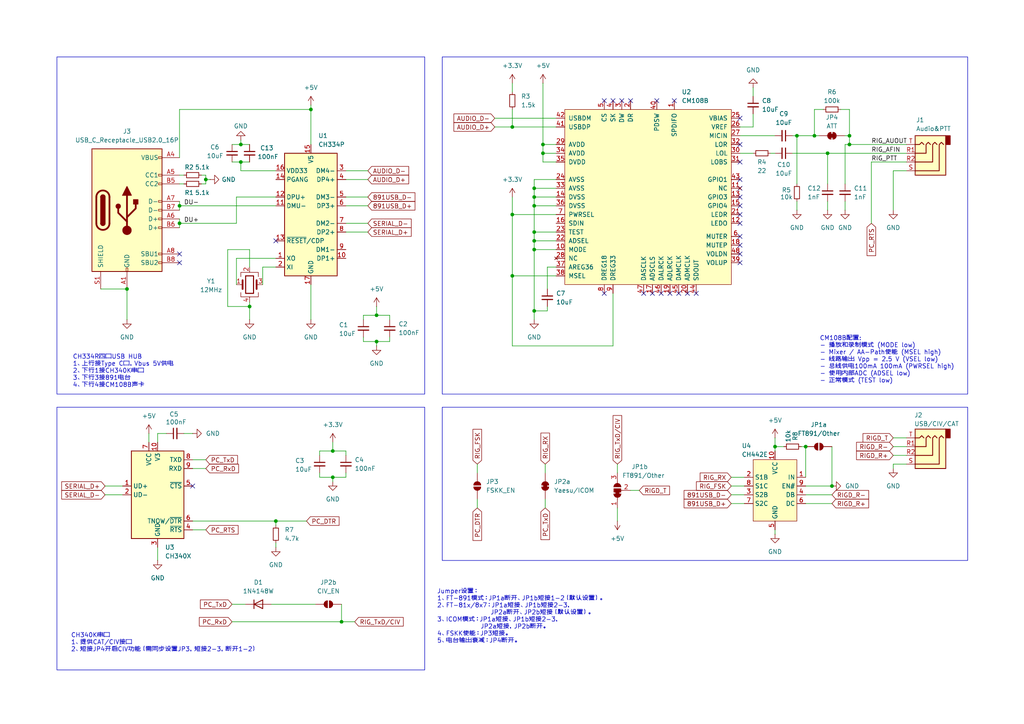
<source format=kicad_sch>
(kicad_sch (version 20250114) (generator "eeschema") (generator_version "9.0")
  (paper "A4")
  (title_block (title "DigiPort-General") (company "BD5HLI"))
  (lib_symbols
    (symbol "Connector:USB_C_Receptacle_USB2.0_16P" (pin_names (offset 1.016))
      (property "Reference" "J" (at 0 22.225 0))
      (property "Value" "USB_C_Receptacle_USB2.0_16P" (at 0 19.685 0))
      (symbol "USB_C_Receptacle_USB2.0_16P_1_1"
        (pin passive line (at -7.62 -22.86 90) (length 5.08) (name "SHIELD") (number "S1"))
        (pin passive line (at 0 -22.86 90) (length 5.08) (name "GND") (number "A1"))
        (pin passive line (at 0 -22.86 90) (length 5.08) (hide yes) (name "GND") (number "A12"))
        (pin passive line (at 0 -22.86 90) (length 5.08) (hide yes) (name "GND") (number "B1"))
        (pin passive line (at 0 -22.86 90) (length 5.08) (hide yes) (name "GND") (number "B12"))
        (pin passive line (at 15.24 15.24 180) (length 5.08) (name "VBUS") (number "A4"))
        (pin passive line (at 15.24 15.24 180) (length 5.08) (hide yes) (name "VBUS") (number "A9"))
        (pin passive line (at 15.24 15.24 180) (length 5.08) (hide yes) (name "VBUS") (number "B4"))
        (pin passive line (at 15.24 15.24 180) (length 5.08) (hide yes) (name "VBUS") (number "B9"))
        (pin bidirectional line (at 15.24 10.16 180) (length 5.08) (name "CC1") (number "A5"))
        (pin bidirectional line (at 15.24 7.62 180) (length 5.08) (name "CC2") (number "B5"))
        (pin bidirectional line (at 15.24 2.54 180) (length 5.08) (name "D-") (number "A7"))
        (pin bidirectional line (at 15.24 0 180) (length 5.08) (name "D-") (number "B7"))
        (pin bidirectional line (at 15.24 -2.54 180) (length 5.08) (name "D+") (number "A6"))
        (pin bidirectional line (at 15.24 -5.08 180) (length 5.08) (name "D+") (number "B6"))
        (pin bidirectional line (at 15.24 -12.7 180) (length 5.08) (name "SBU1") (number "A8"))
        (pin bidirectional line (at 15.24 -15.24 180) (length 5.08) (name "SBU2") (number "B8"))
      )
    )
    (symbol "Connector_Audio:AudioJack4"
      (property "Reference" "J" (at 0 8.89 0))
      (property "Value" "AudioJack4" (at 0 6.35 0))
      (symbol "AudioJack4_1_1"
        (pin passive line (at 5.08 2.54 180) (length 2.54) (name "~") (number "S"))
        (pin passive line (at 5.08 0 180) (length 2.54) (name "~") (number "R2"))
        (pin passive line (at 5.08 -2.54 180) (length 2.54) (name "~") (number "R1"))
        (pin passive line (at 5.08 -5.08 180) (length 2.54) (name "~") (number "T"))
      )
    )
    (symbol "Device:C_Small" (pin_numbers (hide yes)) (pin_names (offset 0.254) (hide yes))
      (property "Reference" "C" (at 0.254 1.778 0))
      (property "Value" "C_Small" (at 0.254 -2.032 0))
      (symbol "C_Small_1_1"
        (pin passive line (at 0 2.54 270) (length 2.032) (name "~") (number "1"))
        (pin passive line (at 0 -2.54 90) (length 2.032) (name "~") (number "2"))
      )
    )
    (symbol "Device:Crystal_GND24" (pin_names (offset 1.016) (hide yes))
      (property "Reference" "Y" (at 3.175 5.08 0))
      (property "Value" "Crystal_GND24" (at 3.175 3.175 0))
      (symbol "Crystal_GND24_1_1"
        (pin passive line (at -3.81 0 0) (length 1.27) (name "1") (number "1"))
        (pin passive line (at 0 5.08 270) (length 1.27) (name "2") (number "2"))
        (pin passive line (at 0 -5.08 90) (length 1.27) (name "4") (number "4"))
        (pin passive line (at 3.81 0 180) (length 1.27) (name "3") (number "3"))
      )
    )
    (symbol "Device:R_Small" (pin_numbers (hide yes)) (pin_names (offset 0.254) (hide yes))
      (property "Reference" "R" (at 0.762 0.508 0))
      (property "Value" "R_Small" (at 0.762 -1.016 0))
      (symbol "R_Small_1_1"
        (pin passive line (at 0 2.54 270) (length 0.762) (name "~") (number "1"))
        (pin passive line (at 0 -2.54 90) (length 0.762) (name "~") (number "2"))
      )
    )
    (symbol "Diode:1N4148W" (pin_numbers (hide yes)) (pin_names (hide yes))
      (property "Reference" "D" (at 0 2.54 0))
      (property "Value" "1N4148W" (at 0 -2.54 0))
      (symbol "1N4148W_1_1"
        (pin passive line (at -3.81 0 0) (length 2.54) (name "K") (number "1"))
        (pin passive line (at 3.81 0 180) (length 2.54) (name "A") (number "2"))
      )
    )
    (symbol "Interface_USB:CH340X"
      (property "Reference" "U" (at -5.08 13.97 0))
      (property "Value" "CH340X" (at 1.27 13.97 0))
      (symbol "CH340X_1_1"
        (pin bidirectional line (at -10.16 2.54 0) (length 2.54) (name "UD+") (number "1"))
        (pin bidirectional line (at -10.16 0 0) (length 2.54) (name "UD-") (number "2"))
        (pin power_in line (at -2.54 15.24 270) (length 2.54) (name "VCC") (number "7"))
        (pin power_out line (at 0 15.24 270) (length 2.54) (name "V3") (number "10"))
        (pin power_in line (at 0 -15.24 90) (length 2.54) (name "GND") (number "3"))
        (pin output line (at 10.16 10.16 180) (length 2.54) (name "TXD") (number "8"))
        (pin input line (at 10.16 7.62 180) (length 2.54) (name "RXD") (number "9"))
        (pin input line (at 10.16 2.54 180) (length 2.54) (name "~{CTS}") (number "5"))
        (pin output line (at 10.16 -7.62 180) (length 2.54) (name "TNOW/~{DTR}") (number "6"))
        (pin output line (at 10.16 -10.16 180) (length 2.54) (name "~{RTS}") (number "4"))
      )
    )
    (symbol "Jumper:SolderJumper_2_Bridged" (pin_numbers (hide yes)) (pin_names (offset 0) (hide yes)) (exclude_from_sim yes) (in_bom no)
      (property "Reference" "JP" (at 0 2.032 0))
      (property "Value" "SolderJumper_2_Bridged" (at 0 -2.54 0))
      (symbol "SolderJumper_2_Bridged_1_1"
        (pin passive line (at -3.81 0 0) (length 2.54) (name "A") (number "1"))
        (pin passive line (at 3.81 0 180) (length 2.54) (name "B") (number "2"))
      )
    )
    (symbol "Jumper:SolderJumper_2_Open" (pin_numbers (hide yes)) (pin_names (offset 0) (hide yes)) (exclude_from_sim yes) (in_bom no)
      (property "Reference" "JP" (at 0 2.032 0))
      (property "Value" "SolderJumper_2_Open" (at 0 -2.54 0))
      (symbol "SolderJumper_2_Open_1_1"
        (pin passive line (at -3.81 0 0) (length 2.54) (name "A") (number "1"))
        (pin passive line (at 3.81 0 180) (length 2.54) (name "B") (number "2"))
      )
    )
    (symbol "Jumper:SolderJumper_3_Bridged12" (pin_names (offset 0) (hide yes)) (exclude_from_sim yes) (in_bom no)
      (property "Reference" "JP" (at -2.54 -2.54 0))
      (property "Value" "SolderJumper_3_Bridged12" (at 0 2.794 0))
      (symbol "SolderJumper_3_Bridged12_1_1"
        (pin passive line (at -5.08 0 0) (length 2.54) (name "A") (number "1"))
        (pin passive line (at 0 -3.81 90) (length 2.54) (name "C") (number "2"))
        (pin passive line (at 5.08 0 180) (length 2.54) (name "B") (number "3"))
      )
    )
    (symbol "digiport:CH334P"
      (property "Reference" "U" (at -7.112 19.304 0))
      (property "Value" "CH334P" (at 4.572 19.304 0))
      (symbol "CH334P_1_1"
        (pin passive line (at -10.16 12.7 0) (length 2.54) (name "VDD33") (number "16"))
        (pin output line (at -10.16 10.16 0) (length 2.54) (name "PGANG") (number "14"))
        (pin bidirectional line (at -10.16 5.08 0) (length 2.54) (name "DPU+") (number "12"))
        (pin bidirectional line (at -10.16 2.54 0) (length 2.54) (name "DMU-") (number "11"))
        (pin input line (at -10.16 -7.62 0) (length 2.54) (name "~{RESET}/CDP") (number "13"))
        (pin passive line (at -10.16 -12.7 0) (length 2.54) (name "XO") (number "1"))
        (pin passive line (at -10.16 -15.24 0) (length 2.54) (name "XI") (number "2"))
        (pin power_in line (at 0 20.32 270) (length 2.54) (name "V5") (number "15"))
        (pin power_in line (at 0 -20.32 90) (length 2.54) (name "GND") (number "17"))
        (pin bidirectional line (at 10.16 12.7 180) (length 2.54) (name "DM4-") (number "3"))
        (pin bidirectional line (at 10.16 10.16 180) (length 2.54) (name "DP4+") (number "4"))
        (pin bidirectional line (at 10.16 5.08 180) (length 2.54) (name "DM3-") (number "5"))
        (pin bidirectional line (at 10.16 2.54 180) (length 2.54) (name "DP3+") (number "6"))
        (pin bidirectional line (at 10.16 -2.54 180) (length 2.54) (name "DM2-") (number "7"))
        (pin bidirectional line (at 10.16 -5.08 180) (length 2.54) (name "DP2+") (number "8"))
        (pin bidirectional line (at 10.16 -10.16 180) (length 2.54) (name "DM1-") (number "9"))
        (pin bidirectional line (at 10.16 -12.7 180) (length 2.54) (name "DP1+") (number "10"))
      )
    )
    (symbol "digiport:CH442E"
      (property "Reference" "U" (at 1.27 6.858 0))
      (property "Value" "CH442E" (at 4.318 5.08 0))
      (symbol "CH442E_1_1"
        (pin bidirectional line (at -10.16 -1.27 0) (length 2.54) (name "S1B") (number "2"))
        (pin bidirectional line (at -10.16 -3.81 0) (length 2.54) (name "S1C") (number "8"))
        (pin bidirectional line (at -10.16 -6.35 0) (length 2.54) (name "S2B") (number "3"))
        (pin bidirectional line (at -10.16 -8.89 0) (length 2.54) (name "S2C") (number "7"))
        (pin power_in line (at -1.27 6.35 270) (length 2.54) (name "VCC") (number "10"))
        (pin power_in line (at -1.27 -16.51 90) (length 2.54) (name "GND") (number "5"))
        (pin input line (at 7.62 -1.27 180) (length 2.54) (name "IN") (number "1"))
        (pin input line (at 7.62 -3.81 180) (length 2.54) (name "EN#") (number "9"))
        (pin bidirectional line (at 7.62 -6.35 180) (length 2.54) (name "DB") (number "4"))
        (pin bidirectional line (at 7.62 -8.89 180) (length 2.54) (name "DC") (number "6"))
      )
    )
    (symbol "digirig:CM108B" (pin_names (offset 1.016))
      (property "Reference" "U2" (at 21.2441 2.54 0))
      (property "Value" "CM108B" (at 21.2441 0 0))
      (symbol "CM108B_0_0"
        (pin bidirectional line (at -15.24 -5.08 0) (length 2.54) (name "USBDM") (number "42"))
        (pin bidirectional line (at -15.24 -7.62 0) (length 2.54) (name "USBDP") (number "41"))
        (pin power_in line (at -15.24 -12.7 0) (length 2.54) (name "AVDD") (number "29"))
        (pin power_in line (at -15.24 -15.24 0) (length 2.54) (name "AVDD") (number "34"))
        (pin power_in line (at -15.24 -17.78 0) (length 2.54) (name "DVDD") (number "35"))
        (pin power_in line (at -15.24 -22.86 0) (length 2.54) (name "AVSS") (number "24"))
        (pin power_in line (at -15.24 -25.4 0) (length 2.54) (name "AVSS") (number "33"))
        (pin power_in line (at -15.24 -27.94 0) (length 2.54) (name "DVSS") (number "14"))
        (pin power_in line (at -15.24 -30.48 0) (length 2.54) (name "DVSS") (number "36"))
        (pin input line (at -15.24 -33.02 0) (length 2.54) (name "PWRSEL") (number "7"))
        (pin input line (at -15.24 -35.56 0) (length 2.54) (name "SDIN") (number "16"))
        (pin input line (at -15.24 -38.1 0) (length 2.54) (name "TEST") (number "23"))
        (pin input line (at -15.24 -40.64 0) (length 2.54) (name "ADSEL") (number "22"))
        (pin input line (at -15.24 -43.18 0) (length 2.54) (name "MODE") (number "10"))
        (pin no_connect line (at -15.24 -45.72 0) (length 2.54) (name "NC") (number "28"))
        (pin power_in line (at -15.24 -48.26 0) (length 2.54) (name "AREG36") (number "37"))
        (pin input line (at -15.24 -50.8 0) (length 2.54) (name "MSEL") (number "38"))
        (pin output line (at -1.27 0 270) (length 2.54) (name "CS") (number "5"))
        (pin power_out line (at -1.27 -55.88 90) (length 2.54) (name "DREG18") (number "8"))
        (pin output line (at 1.27 0 270) (length 2.54) (name "SK") (number "4"))
        (pin power_out line (at 1.27 -55.88 90) (length 2.54) (name "DREG33") (number "9"))
        (pin output line (at 3.81 0 270) (length 2.54) (name "DW") (number "3"))
        (pin input line (at 6.35 0 270) (length 2.54) (name "DR") (number "2"))
        (pin input line (at 10.16 -55.88 90) (length 2.54) (name "DASCLK") (number "47"))
        (pin output line (at 12.7 -55.88 90) (length 2.54) (name "ADSCLS") (number "17"))
        (pin output line (at 13.97 0 270) (length 2.54) (name "PDSW") (number "40"))
        (pin input line (at 15.24 -55.88 90) (length 2.54) (name "DALRCK") (number "46"))
        (pin output line (at 17.78 -55.88 90) (length 2.54) (name "ADLRCK") (number "19"))
        (pin output line (at 19.05 0 270) (length 2.54) (name "SPDIFO") (number "1"))
        (pin output line (at 20.32 -55.88 90) (length 2.54) (name "DAMCLK") (number "45"))
        (pin output line (at 22.86 -55.88 90) (length 2.54) (name "ADMCLK") (number "20"))
        (pin output line (at 25.4 -55.88 90) (length 2.54) (name "SDOUT") (number "44"))
        (pin power_out line (at 38.1 -5.08 180) (length 2.54) (name "VBIAS") (number "25"))
        (pin power_out line (at 38.1 -7.62 180) (length 2.54) (name "VREF") (number "26"))
        (pin input line (at 38.1 -10.16 180) (length 2.54) (name "MICIN") (number "27"))
        (pin output line (at 38.1 -12.7 180) (length 2.54) (name "LOR") (number "32"))
        (pin output line (at 38.1 -15.24 180) (length 2.54) (name "LOL") (number "30"))
        (pin power_out line (at 38.1 -17.78 180) (length 2.54) (name "LOBS") (number "31"))
        (pin bidirectional line (at 38.1 -22.86 180) (length 2.54) (name "GPIO1") (number "43"))
        (pin no_connect line (at 38.1 -25.4 180) (length 2.54) (name "NC") (number "11"))
        (pin bidirectional line (at 38.1 -27.94 180) (length 2.54) (name "GPIO3") (number "13"))
        (pin bidirectional line (at 38.1 -30.48 180) (length 2.54) (name "GPIO4") (number "15"))
        (pin output line (at 38.1 -33.02 180) (length 2.54) (name "LEDR") (number "21"))
        (pin output line (at 38.1 -35.56 180) (length 2.54) (name "LEDO") (number "12"))
        (pin input line (at 38.1 -39.37 180) (length 2.54) (name "MUTER") (number "6"))
        (pin input line (at 38.1 -41.91 180) (length 2.54) (name "MUTEP") (number "18"))
        (pin input line (at 38.1 -44.45 180) (length 2.54) (name "VOLDN") (number "48"))
        (pin input line (at 38.1 -46.99 180) (length 2.54) (name "VOLUP") (number "39"))
      )
    )
    (symbol "power:+3.3V" (power) (pin_numbers (hide yes)) (pin_names (offset 0) (hide yes))
      (property "Value" "+3.3V" (at 0 3.556 0))
      (symbol "+3.3V_1_1"
        (pin power_in line (at 0 0 90) (length 0) (name "~") (number "1"))
      )
    )
    (symbol "power:+5V" (power) (pin_numbers (hide yes)) (pin_names (offset 0) (hide yes))
      (property "Value" "+5V" (at 0 3.556 0))
      (symbol "+5V_1_1"
        (pin power_in line (at 0 0 90) (length 0) (name "~") (number "1"))
      )
    )
    (symbol "power:GND" (power) (pin_numbers (hide yes)) (pin_names (offset 0) (hide yes))
      (property "Value" "GND" (at 0 -3.81 0))
      (symbol "GND_1_1"
        (pin power_in line (at 0 0 270) (length 0) (name "~") (number "1"))
      )
    )
  )
  (rectangle (start 128.27 118.11) (end 280.67 162.56))
  (rectangle (start 128.27 16.51) (end 280.67 114.3))
  (rectangle (start 16.51 16.51) (end 123.19 114.3))
  (rectangle (start 16.51 118.11) (end 123.19 194.31))
  (text "CH334R四口USB HUB\n1、上行接Type C口，Vbus 5V供电\n2、下行1接CH340K串口\n3、下行3接891电台\n4、下行4接CM108B声卡" (at 21.082 107.696 0) (effects (font (size 1.27 1.27)) (justify left)))
  (text "CM108B配置:\n- 播放和录制模式 (MODE low)\n- Mixer / AA-Path使能 (MSEL high)\n- 线路输出 Vpp = 2.5 V (VSEL low)\n- 总线供电100mA 100mA (PWRSEL high)\n- 使用内部ADC (ADSEL low)\n- 正常模式 (TEST low)" (at 237.744 111.252 0) (effects (font (size 1.27 1.27)) (justify left bottom)))
  (text "CH340K串口\n1、提供CAT/CIV接口\n2、短接JP4开启CIV功能（需同步设置JP3，短接2-3，断开1-2）" (at 20.574 186.436 0) (effects (font (size 1.27 1.27)) (justify left)))
  (text "Jumper设置：\n1、FT-891模式：JP1a断开、JP1b短接1-2（默认设置）。\n2、FT-81x/8x7：JP1a短接、JP1b短接2-3，\n                JP2a断开、JP2b短接（默认设置）。\n3、ICOM模式：JP1a短接、JP1b短接2-3，\n             JP2a短接，JP2b断开。\n4、FSKK使能：JP3短接。\n5、电台输出衰减：JP4断开。" (at 126.746 178.816 0) (effects (font (size 1.27 1.27)) (justify left)))
  (junction (at 157.48 41.91))
  (junction (at 154.94 69.85))
  (junction (at 72.39 88.9))
  (junction (at 246.38 41.91))
  (junction (at 246.38 39.37))
  (junction (at 148.59 36.83))
  (junction (at 154.94 54.61))
  (junction (at 148.59 80.01))
  (junction (at 36.83 83.82))
  (junction (at 109.22 91.44))
  (junction (at 148.59 62.23))
  (junction (at 69.85 41.91))
  (junction (at 59.69 52.07))
  (junction (at 90.17 31.75))
  (junction (at 154.94 57.15))
  (junction (at 224.79 129.54))
  (junction (at 99.06 180.34))
  (junction (at 154.94 90.17))
  (junction (at 96.52 138.43))
  (junction (at 52.07 64.77))
  (junction (at 233.68 129.54))
  (junction (at 154.94 67.31))
  (junction (at 240.03 44.45))
  (junction (at 231.14 39.37))
  (junction (at 236.22 39.37))
  (junction (at 69.85 46.99))
  (junction (at 154.94 72.39))
  (junction (at 109.22 99.06))
  (junction (at 157.48 44.45))
  (junction (at 241.3 140.97))
  (junction (at 52.07 59.69))
  (junction (at 96.52 130.81))
  (junction (at 154.94 59.69))
  (junction (at 80.01 151.13))
  (no_connect (at 180.34 29.21))
  (no_connect (at 195.58 29.21))
  (no_connect (at 214.63 62.23))
  (no_connect (at 175.26 29.21))
  (no_connect (at 214.63 64.77))
  (no_connect (at 214.63 41.91))
  (no_connect (at 191.77 85.09))
  (no_connect (at 55.88 140.97))
  (no_connect (at 190.5 29.21))
  (no_connect (at 177.8 29.21))
  (no_connect (at 214.63 76.2))
  (no_connect (at 175.26 85.09))
  (no_connect (at 196.85 85.09))
  (no_connect (at 214.63 54.61))
  (no_connect (at 52.07 73.66))
  (no_connect (at 214.63 57.15))
  (no_connect (at 214.63 68.58))
  (no_connect (at 214.63 46.99))
  (no_connect (at 214.63 52.07))
  (no_connect (at 199.39 85.09))
  (no_connect (at 214.63 34.29))
  (no_connect (at 52.07 76.2))
  (no_connect (at 201.93 85.09))
  (no_connect (at 186.69 85.09))
  (no_connect (at 214.63 59.69))
  (no_connect (at 214.63 73.66))
  (no_connect (at 189.23 85.09))
  (no_connect (at 214.63 71.12))
  (no_connect (at 194.31 85.09))
  (no_connect (at 80.01 69.85))
  (no_connect (at 182.88 29.21))
  (wire (pts (xy 109.22 99.06) (xy 113.03 99.06)))
  (wire (pts (xy 109.22 99.06) (xy 109.22 100.33)))
  (wire (pts (xy 259.08 132.08) (xy 262.89 132.08)))
  (wire (pts (xy 45.72 158.75) (xy 45.72 162.56)))
  (wire (pts (xy 69.85 46.99) (xy 69.85 49.53)))
  (wire (pts (xy 109.22 91.44) (xy 105.41 91.44)))
  (wire (pts (xy 55.88 153.67) (xy 59.69 153.67)))
  (wire (pts (xy 59.69 52.07) (xy 60.96 52.07)))
  (wire (pts (xy 72.39 88.9) (xy 72.39 92.71)))
  (wire (pts (xy 36.83 83.82) (xy 36.83 92.71)))
  (wire (pts (xy 109.22 91.44) (xy 113.03 91.44)))
  (wire (pts (xy 66.04 72.39) (xy 72.39 72.39)))
  (wire (pts (xy 246.38 41.91) (xy 262.89 41.91)))
  (wire (pts (xy 157.48 44.45) (xy 157.48 41.91)))
  (wire (pts (xy 154.94 52.07) (xy 154.94 54.61)))
  (wire (pts (xy 52.07 63.5) (xy 52.07 64.77)))
  (wire (pts (xy 148.59 36.83) (xy 161.29 36.83)))
  (wire (pts (xy 224.79 153.67) (xy 224.79 154.94)))
  (wire (pts (xy 99.06 175.26) (xy 99.06 180.34)))
  (wire (pts (xy 218.44 33.02) (xy 218.44 36.83)))
  (wire (pts (xy 52.07 45.72) (xy 52.07 31.75)))
  (wire (pts (xy 243.84 31.75) (xy 246.38 31.75)))
  (wire (pts (xy 109.22 88.9) (xy 109.22 91.44)))
  (wire (pts (xy 161.29 77.47) (xy 158.75 77.47)))
  (wire (pts (xy 232.41 129.54) (xy 233.68 129.54)))
  (wire (pts (xy 231.14 39.37) (xy 236.22 39.37)))
  (wire (pts (xy 138.43 144.78) (xy 138.43 147.32)))
  (wire (pts (xy 154.94 57.15) (xy 154.94 59.69)))
  (wire (pts (xy 246.38 31.75) (xy 246.38 39.37)))
  (wire (pts (xy 157.48 41.91) (xy 161.29 41.91)))
  (wire (pts (xy 212.09 143.51) (xy 215.9 143.51)))
  (wire (pts (xy 158.75 77.47) (xy 158.75 83.82)))
  (wire (pts (xy 229.87 44.45) (xy 240.03 44.45)))
  (wire (pts (xy 231.14 39.37) (xy 231.14 53.34)))
  (wire (pts (xy 59.69 52.07) (xy 59.69 53.34)))
  (wire (pts (xy 99.06 180.34) (xy 102.87 180.34)))
  (wire (pts (xy 245.11 41.91) (xy 245.11 53.34)))
  (wire (pts (xy 78.74 175.26) (xy 91.44 175.26)))
  (wire (pts (xy 252.73 46.99) (xy 262.89 46.99)))
  (wire (pts (xy 100.33 57.15) (xy 106.68 57.15)))
  (wire (pts (xy 100.33 67.31) (xy 106.68 67.31)))
  (wire (pts (xy 154.94 69.85) (xy 154.94 72.39)))
  (wire (pts (xy 154.94 67.31) (xy 161.29 67.31)))
  (wire (pts (xy 59.69 50.8) (xy 59.69 52.07)))
  (wire (pts (xy 92.71 138.43) (xy 96.52 138.43)))
  (wire (pts (xy 143.51 36.83) (xy 148.59 36.83)))
  (wire (pts (xy 29.21 83.82) (xy 36.83 83.82)))
  (wire (pts (xy 90.17 30.48) (xy 90.17 31.75)))
  (wire (pts (xy 92.71 132.08) (xy 92.71 130.81)))
  (wire (pts (xy 218.44 25.4) (xy 218.44 27.94)))
  (wire (pts (xy 231.14 58.42) (xy 231.14 60.96)))
  (wire (pts (xy 224.79 129.54) (xy 224.79 130.81)))
  (wire (pts (xy 148.59 24.13) (xy 148.59 26.67)))
  (wire (pts (xy 67.31 175.26) (xy 71.12 175.26)))
  (wire (pts (xy 67.31 46.99) (xy 69.85 46.99)))
  (wire (pts (xy 161.29 52.07) (xy 154.94 52.07)))
  (wire (pts (xy 177.8 85.09) (xy 177.8 100.33)))
  (wire (pts (xy 177.8 100.33) (xy 148.59 100.33)))
  (wire (pts (xy 182.88 142.24) (xy 185.42 142.24)))
  (wire (pts (xy 68.58 74.93) (xy 68.58 82.55)))
  (wire (pts (xy 138.43 134.62) (xy 138.43 137.16)))
  (wire (pts (xy 154.94 59.69) (xy 161.29 59.69)))
  (wire (pts (xy 67.31 41.91) (xy 69.85 41.91)))
  (wire (pts (xy 72.39 87.63) (xy 72.39 88.9)))
  (wire (pts (xy 80.01 57.15) (xy 68.58 57.15)))
  (wire (pts (xy 53.34 125.73) (xy 55.88 125.73)))
  (wire (pts (xy 100.33 137.16) (xy 100.33 138.43)))
  (wire (pts (xy 80.01 59.69) (xy 52.07 59.69)))
  (wire (pts (xy 154.94 69.85) (xy 161.29 69.85)))
  (wire (pts (xy 212.09 140.97) (xy 215.9 140.97)))
  (wire (pts (xy 148.59 57.15) (xy 148.59 62.23)))
  (wire (pts (xy 161.29 46.99) (xy 157.48 46.99)))
  (wire (pts (xy 96.52 138.43) (xy 100.33 138.43)))
  (wire (pts (xy 154.94 54.61) (xy 161.29 54.61)))
  (wire (pts (xy 148.59 80.01) (xy 161.29 80.01)))
  (wire (pts (xy 105.41 97.79) (xy 105.41 99.06)))
  (wire (pts (xy 161.29 44.45) (xy 157.48 44.45)))
  (wire (pts (xy 233.68 129.54) (xy 233.68 138.43)))
  (wire (pts (xy 69.85 41.91) (xy 72.39 41.91)))
  (wire (pts (xy 113.03 97.79) (xy 113.03 99.06)))
  (wire (pts (xy 154.94 90.17) (xy 158.75 90.17)))
  (wire (pts (xy 80.01 151.13) (xy 80.01 152.4)))
  (wire (pts (xy 92.71 130.81) (xy 96.52 130.81)))
  (wire (pts (xy 240.03 44.45) (xy 262.89 44.45)))
  (wire (pts (xy 96.52 138.43) (xy 96.52 139.7)))
  (wire (pts (xy 66.04 88.9) (xy 72.39 88.9)))
  (wire (pts (xy 148.59 62.23) (xy 148.59 80.01)))
  (wire (pts (xy 154.94 72.39) (xy 161.29 72.39)))
  (wire (pts (xy 212.09 138.43) (xy 215.9 138.43)))
  (wire (pts (xy 76.2 82.55) (xy 76.2 77.47)))
  (wire (pts (xy 157.48 46.99) (xy 157.48 44.45)))
  (wire (pts (xy 158.137 134.62) (xy 158.137 137.16)))
  (wire (pts (xy 238.76 31.75) (xy 236.22 31.75)))
  (wire (pts (xy 179.07 137.16) (xy 179.07 134.62)))
  (wire (pts (xy 154.94 72.39) (xy 154.94 90.17)))
  (wire (pts (xy 259.08 134.62) (xy 262.89 134.62)))
  (wire (pts (xy 233.68 143.51) (xy 241.3 143.51)))
  (wire (pts (xy 100.33 59.69) (xy 106.68 59.69)))
  (wire (pts (xy 233.68 140.97) (xy 241.3 140.97)))
  (wire (pts (xy 245.11 41.91) (xy 246.38 41.91)))
  (wire (pts (xy 240.03 44.45) (xy 240.03 53.34)))
  (wire (pts (xy 58.42 53.34) (xy 59.69 53.34)))
  (wire (pts (xy 52.07 50.8) (xy 53.34 50.8)))
  (wire (pts (xy 90.17 82.55) (xy 90.17 92.71)))
  (wire (pts (xy 105.41 99.06) (xy 109.22 99.06)))
  (wire (pts (xy 224.79 129.54) (xy 227.33 129.54)))
  (wire (pts (xy 179.07 147.32) (xy 179.07 151.13)))
  (wire (pts (xy 66.04 72.39) (xy 66.04 88.9)))
  (wire (pts (xy 80.01 157.48) (xy 80.01 158.75)))
  (wire (pts (xy 52.07 59.69) (xy 52.07 60.96)))
  (wire (pts (xy 72.39 72.39) (xy 72.39 77.47)))
  (wire (pts (xy 69.85 46.99) (xy 72.39 46.99)))
  (wire (pts (xy 259.08 127) (xy 262.89 127)))
  (wire (pts (xy 154.94 90.17) (xy 154.94 92.71)))
  (wire (pts (xy 52.07 58.42) (xy 52.07 59.69)))
  (wire (pts (xy 68.58 57.15) (xy 68.58 64.77)))
  (wire (pts (xy 229.87 39.37) (xy 231.14 39.37)))
  (wire (pts (xy 259.08 60.96) (xy 259.08 49.53)))
  (wire (pts (xy 69.85 49.53) (xy 80.01 49.53)))
  (wire (pts (xy 148.59 80.01) (xy 148.59 100.33)))
  (wire (pts (xy 80.01 151.13) (xy 88.9 151.13)))
  (wire (pts (xy 259.08 49.53) (xy 262.89 49.53)))
  (wire (pts (xy 241.3 129.54) (xy 241.3 140.97)))
  (wire (pts (xy 90.17 31.75) (xy 90.17 41.91)))
  (wire (pts (xy 55.88 133.35) (xy 59.69 133.35)))
  (wire (pts (xy 52.07 31.75) (xy 90.17 31.75)))
  (wire (pts (xy 224.79 127) (xy 224.79 129.54)))
  (wire (pts (xy 214.63 44.45) (xy 218.44 44.45)))
  (wire (pts (xy 100.33 49.53) (xy 106.68 49.53)))
  (wire (pts (xy 236.22 39.37) (xy 237.49 39.37)))
  (wire (pts (xy 214.63 39.37) (xy 224.79 39.37)))
  (wire (pts (xy 233.68 146.05) (xy 241.3 146.05)))
  (wire (pts (xy 154.94 54.61) (xy 154.94 57.15)))
  (wire (pts (xy 48.26 125.73) (xy 45.72 125.73)))
  (wire (pts (xy 52.07 64.77) (xy 68.58 64.77)))
  (wire (pts (xy 252.73 64.77) (xy 252.73 46.99)))
  (wire (pts (xy 100.33 52.07) (xy 106.68 52.07)))
  (wire (pts (xy 245.11 39.37) (xy 246.38 39.37)))
  (wire (pts (xy 100.33 64.77) (xy 106.68 64.77)))
  (wire (pts (xy 158.137 144.78) (xy 158.137 147.32)))
  (wire (pts (xy 105.41 91.44) (xy 105.41 92.71)))
  (wire (pts (xy 113.03 92.71) (xy 113.03 91.44)))
  (wire (pts (xy 52.07 64.77) (xy 52.07 66.04)))
  (wire (pts (xy 154.94 67.31) (xy 154.94 69.85)))
  (wire (pts (xy 52.07 53.34) (xy 53.34 53.34)))
  (wire (pts (xy 259.08 129.54) (xy 262.89 129.54)))
  (wire (pts (xy 245.11 58.42) (xy 245.11 60.96)))
  (wire (pts (xy 223.52 44.45) (xy 224.79 44.45)))
  (wire (pts (xy 69.85 40.64) (xy 69.85 41.91)))
  (wire (pts (xy 157.48 24.13) (xy 157.48 41.91)))
  (wire (pts (xy 68.58 74.93) (xy 80.01 74.93)))
  (wire (pts (xy 158.75 88.9) (xy 158.75 90.17)))
  (wire (pts (xy 259.08 135.89) (xy 259.08 134.62)))
  (wire (pts (xy 55.88 151.13) (xy 80.01 151.13)))
  (wire (pts (xy 212.09 146.05) (xy 215.9 146.05)))
  (wire (pts (xy 214.63 36.83) (xy 218.44 36.83)))
  (wire (pts (xy 45.72 125.73) (xy 45.72 128.27)))
  (wire (pts (xy 30.48 140.97) (xy 35.56 140.97)))
  (wire (pts (xy 148.59 31.75) (xy 148.59 36.83)))
  (wire (pts (xy 154.94 57.15) (xy 161.29 57.15)))
  (wire (pts (xy 246.38 39.37) (xy 246.38 41.91)))
  (wire (pts (xy 148.59 62.23) (xy 161.29 62.23)))
  (wire (pts (xy 96.52 130.81) (xy 100.33 130.81)))
  (wire (pts (xy 154.94 59.69) (xy 154.94 67.31)))
  (wire (pts (xy 240.03 58.42) (xy 240.03 60.96)))
  (wire (pts (xy 58.42 50.8) (xy 59.69 50.8)))
  (wire (pts (xy 30.48 143.51) (xy 35.56 143.51)))
  (wire (pts (xy 92.71 137.16) (xy 92.71 138.43)))
  (wire (pts (xy 100.33 132.08) (xy 100.33 130.81)))
  (wire (pts (xy 67.31 180.34) (xy 99.06 180.34)))
  (wire (pts (xy 55.88 135.89) (xy 59.69 135.89)))
  (wire (pts (xy 143.51 34.29) (xy 161.29 34.29)))
  (wire (pts (xy 96.52 128.27) (xy 96.52 130.81)))
  (wire (pts (xy 236.22 31.75) (xy 236.22 39.37)))
  (wire (pts (xy 43.18 125.73) (xy 43.18 128.27)))
  (wire (pts (xy 76.2 77.47) (xy 80.01 77.47)))
  (label "DU-" (at 53.34 59.69 0))
  (label "RIG_AUOUT" (at 252.73 41.91 0))
  (label "RIG_AFIN" (at 252.73 44.45 0))
  (label "DU+" (at 53.34 64.77 0))
  (label "RIG_PTT" (at 252.73 46.99 0))
  (global_label "891USB_D+" (shape input) (at 106.68 59.69 0) (property "Intersheetrefs" "${INTERSHEET_REFS}" (effects (hide yes))))
  (global_label "SERIAL_D+" (shape input) (at 106.68 67.31 0) (property "Intersheetrefs" "${INTERSHEET_REFS}" (effects (hide yes))))
  (global_label "PC_TxD" (shape input) (at 67.31 175.26 180) (property "Intersheetrefs" "${INTERSHEET_REFS}" (effects (hide yes))))
  (global_label "RIG_RX" (shape input) (at 158.137 134.62 90) (property "Intersheetrefs" "${INTERSHEET_REFS}" (effects (hide yes))))
  (global_label "RIGD_R+" (shape input) (at 259.08 132.08 180) (property "Intersheetrefs" "${INTERSHEET_REFS}" (effects (hide yes))))
  (global_label "RIGD_T" (shape input) (at 185.42 142.24 0) (property "Intersheetrefs" "${INTERSHEET_REFS}" (effects (hide yes))))
  (global_label "RIGD_R+" (shape input) (at 241.3 146.05 0) (property "Intersheetrefs" "${INTERSHEET_REFS}" (effects (hide yes))))
  (global_label "PC_RTS" (shape input) (at 59.69 153.67 0) (property "Intersheetrefs" "${INTERSHEET_REFS}" (effects (hide yes))))
  (global_label "AUDIO_D-" (shape input) (at 143.51 34.29 180) (property "Intersheetrefs" "${INTERSHEET_REFS}" (effects (hide yes))))
  (global_label "PC_TxD" (shape input) (at 59.69 133.35 0) (property "Intersheetrefs" "${INTERSHEET_REFS}" (effects (hide yes))))
  (global_label "SERIAL_D-" (shape input) (at 106.68 64.77 0) (property "Intersheetrefs" "${INTERSHEET_REFS}" (effects (hide yes))))
  (global_label "RIG_FSK" (shape input) (at 212.09 140.97 180) (property "Intersheetrefs" "${INTERSHEET_REFS}" (effects (hide yes))))
  (global_label "AUDIO_D+" (shape input) (at 106.68 52.07 0) (property "Intersheetrefs" "${INTERSHEET_REFS}" (effects (hide yes))))
  (global_label "RIGD_T" (shape input) (at 259.08 127 180) (property "Intersheetrefs" "${INTERSHEET_REFS}" (effects (hide yes))))
  (global_label "RIG_RX" (shape input) (at 212.09 138.43 180) (property "Intersheetrefs" "${INTERSHEET_REFS}" (effects (hide yes))))
  (global_label "RIG_FSK" (shape input) (at 138.43 134.62 90) (property "Intersheetrefs" "${INTERSHEET_REFS}" (effects (hide yes))))
  (global_label "RIGD_R-" (shape input) (at 241.3 143.51 0) (property "Intersheetrefs" "${INTERSHEET_REFS}" (effects (hide yes))))
  (global_label "PC_RxD" (shape input) (at 67.31 180.34 180) (property "Intersheetrefs" "${INTERSHEET_REFS}" (effects (hide yes))))
  (global_label "SERIAL_D-" (shape input) (at 30.48 143.51 180) (property "Intersheetrefs" "${INTERSHEET_REFS}" (effects (hide yes))))
  (global_label "PC_RTS" (shape input) (at 252.73 64.77 270) (property "Intersheetrefs" "${INTERSHEET_REFS}" (effects (hide yes))))
  (global_label "RIGD_R-" (shape input) (at 259.08 129.54 180) (property "Intersheetrefs" "${INTERSHEET_REFS}" (effects (hide yes))))
  (global_label "RIG_TxD{slash}CIV" (shape input) (at 102.87 180.34 0) (property "Intersheetrefs" "${INTERSHEET_REFS}" (effects (hide yes))))
  (global_label "891USB_D+" (shape input) (at 212.09 146.05 180) (property "Intersheetrefs" "${INTERSHEET_REFS}" (effects (hide yes))))
  (global_label "PC_TxD" (shape input) (at 158.137 147.32 270) (property "Intersheetrefs" "${INTERSHEET_REFS}" (effects (hide yes))))
  (global_label "PC_DTR" (shape input) (at 88.9 151.13 0) (property "Intersheetrefs" "${INTERSHEET_REFS}" (effects (hide yes))))
  (global_label "AUDIO_D+" (shape input) (at 143.51 36.83 180) (property "Intersheetrefs" "${INTERSHEET_REFS}" (effects (hide yes))))
  (global_label "AUDIO_D-" (shape input) (at 106.68 49.53 0) (property "Intersheetrefs" "${INTERSHEET_REFS}" (effects (hide yes))))
  (global_label "891USB_D-" (shape input) (at 106.68 57.15 0) (property "Intersheetrefs" "${INTERSHEET_REFS}" (effects (hide yes))))
  (global_label "RIG_TxD{slash}CIV" (shape input) (at 179.07 134.62 90) (property "Intersheetrefs" "${INTERSHEET_REFS}" (effects (hide yes))))
  (global_label "PC_DTR" (shape input) (at 138.43 147.32 270) (property "Intersheetrefs" "${INTERSHEET_REFS}" (effects (hide yes))))
  (global_label "SERIAL_D+" (shape input) (at 30.48 140.97 180) (property "Intersheetrefs" "${INTERSHEET_REFS}" (effects (hide yes))))
  (global_label "891USB_D-" (shape input) (at 212.09 143.51 180) (property "Intersheetrefs" "${INTERSHEET_REFS}" (effects (hide yes))))
  (global_label "PC_RxD" (shape input) (at 59.69 135.89 0) (property "Intersheetrefs" "${INTERSHEET_REFS}" (effects (hide yes))))
  (symbol (lib_id "power:GND") (at 109.22 100.33 0) (unit 1)
    (property "Reference" "#PWR020" (effects (hide yes)))
    (property "Value" "GND" (at 109.22 105.41 0))
    (property "Description" "Power symbol creates a global label with name \"GND\" , ground" (effects (hide yes)))
  )
  (symbol (lib_id "Device:C_Small") (at 227.33 39.37 270) (unit 1)
    (property "Reference" "C9" (at 227.3236 33.02 90))
    (property "Value" "10uF" (at 227.3236 35.56 90))
    (property "Footprint" "Capacitor_SMD:C_0402_1005Metric_Pad0.74x0.62mm_HandSolder" (effects (hide yes)))
    (property "Description" "Unpolarized capacitor, small symbol" (effects (hide yes)))
    (property "LCSC" "C315248" (effects (hide yes)))
  )
  (symbol (lib_id "Device:R_Small") (at 148.59 29.21 0) (unit 1)
    (property "Reference" "R3" (at 151.13 27.9399 0) (effects (justify left)))
    (property "Value" "1.5k" (at 151.13 30.4799 0) (effects (justify left)))
    (property "Footprint" "Resistor_SMD:R_0402_1005Metric_Pad0.72x0.64mm_HandSolder" (effects (hide yes)))
    (property "Description" "Resistor, small symbol" (effects (hide yes)))
    (property "LCSC" "C25867" (effects (hide yes)))
  )
  (symbol (lib_id "power:+5V") (at 224.79 127 0) (unit 1)
    (property "Reference" "#PWR036" (effects (hide yes)))
    (property "Value" "+5V" (at 224.79 121.92 0))
    (property "Description" "Power symbol creates a global label with name \"+5V\"" (effects (hide yes)))
  )
  (symbol (lib_id "Device:C_Small") (at 72.39 44.45 0) (unit 1)
    (property "Reference" "C13" (at 75.438 42.926 0) (effects (justify left)))
    (property "Value" "100nF" (at 74.676 45.466 0) (effects (justify left)))
    (property "Footprint" "Capacitor_SMD:C_0402_1005Metric_Pad0.74x0.62mm_HandSolder" (effects (hide yes)))
    (property "Description" "Unpolarized capacitor, small symbol" (effects (hide yes)))
    (property "LCSC" "C307331" (effects (hide yes)))
  )
  (symbol (lib_id "Jumper:SolderJumper_2_Bridged") (at 158.137 140.97 90) (unit 1) (in_bom no)
    (property "Reference" "JP2a" (at 160.677 139.6999 90) (effects (justify right)))
    (property "Value" "Yaesu/ICOM" (at 160.677 142.2399 90) (effects (justify right)))
    (property "Footprint" "digiport:SolderJumper-BCu-Bridged" (effects (hide yes)))
    (property "Description" "Solder Jumper, 2-pole, closed/bridged" (effects (hide yes)))
  )
  (symbol (lib_id "power:+5V") (at 157.48 24.13 0) (unit 1)
    (property "Reference" "#PWR025" (effects (hide yes)))
    (property "Value" "+5V" (at 157.48 19.05 0))
    (property "Description" "Power symbol creates a global label with name \"+5V\"" (effects (hide yes)))
  )
  (symbol (lib_id "Device:C_Small") (at 158.75 86.36 0) (unit 1)
    (property "Reference" "C7" (at 161.29 85.0962 0) (effects (justify left)))
    (property "Value" "10uF" (at 161.29 87.6362 0) (effects (justify left)))
    (property "Footprint" "Capacitor_SMD:C_0402_1005Metric_Pad0.74x0.62mm_HandSolder" (effects (hide yes)))
    (property "Description" "Unpolarized capacitor, small symbol" (effects (hide yes)))
    (property "LCSC" "C315248" (effects (hide yes)))
  )
  (symbol (lib_id "Jumper:SolderJumper_2_Open") (at 95.25 175.26 180) (unit 1) (in_bom no)
    (property "Reference" "JP2b" (at 95.25 168.91 0))
    (property "Value" "CIV_EN" (at 95.25 171.45 0))
    (property "Footprint" "Jumper:SolderJumper-2_P1.3mm_Open_RoundedPad1.0x1.5mm" (effects (hide yes)))
    (property "Description" "Solder Jumper, 2-pole, open" (effects (hide yes)))
  )
  (symbol (lib_id "Device:C_Small") (at 245.11 55.88 0) (unit 1)
    (property "Reference" "C11" (at 247.65 54.6162 0) (effects (justify left)))
    (property "Value" "1nF" (at 247.65 57.1562 0) (effects (justify left)))
    (property "Footprint" "Capacitor_SMD:C_0402_1005Metric_Pad0.74x0.62mm_HandSolder" (effects (hide yes)))
    (property "Description" "Unpolarized capacitor, small symbol" (effects (hide yes)))
    (property "LCSC" "C188845" (effects (hide yes)))
  )
  (symbol (lib_id "power:GND") (at 154.94 92.71 0) (unit 1)
    (property "Reference" "#PWR026" (effects (hide yes)))
    (property "Value" "GND" (at 154.94 97.79 0))
    (property "Description" "Power symbol creates a global label with name \"GND\" , ground" (effects (hide yes)))
  )
  (symbol (lib_id "Jumper:SolderJumper_3_Bridged12") (at 179.07 142.24 90) (unit 1) (in_bom no)
    (property "Reference" "JP1b" (at 187.96 135.382 90) (effects (justify left)))
    (property "Value" "FT891/Other" (at 192.786 137.922 90) (effects (justify left)))
    (property "Footprint" "digiport:SolderJumper3-BCu" (effects (hide yes)))
    (property "Description" "3-pole Solder Jumper, pins 1+2 closed/bridged" (effects (hide yes)))
  )
  (symbol (lib_id "power:+5V") (at 109.22 88.9 0) (unit 1)
    (property "Reference" "#PWR019" (effects (hide yes)))
    (property "Value" "+5V" (at 109.22 83.82 0))
    (property "Description" "Power symbol creates a global label with name \"+5V\"" (effects (hide yes)))
  )
  (symbol (lib_id "power:GND") (at 240.03 60.96 0) (unit 1)
    (property "Reference" "#PWR030" (effects (hide yes)))
    (property "Value" "GND" (at 240.03 66.04 0))
    (property "Description" "Power symbol creates a global label with name \"GND\" , ground" (effects (hide yes)))
  )
  (symbol (lib_id "digiport:CH442E") (at 226.06 137.16 0) (unit 1)
    (property "Reference" "U4" (at 215.138 129.286 0) (effects (justify left)))
    (property "Value" "CH442E" (at 215.138 131.826 0) (effects (justify left)))
    (property "Footprint" "Package_SO:MSOP-10_3x3mm_P0.5mm" (effects (hide yes)))
    (property "Datasheet" "https://www.wch.cn/download/file?id=135" (effects (hide yes)))
  )
  (symbol (lib_id "power:GND") (at 245.11 60.96 0) (unit 1)
    (property "Reference" "#PWR031" (effects (hide yes)))
    (property "Value" "GND" (at 245.11 66.04 0))
    (property "Description" "Power symbol creates a global label with name \"GND\" , ground" (effects (hide yes)))
  )
  (symbol (lib_id "Device:Crystal_GND24") (at 72.39 82.55 0) (unit 1)
    (property "Reference" "Y1" (at 61.214 81.534 0))
    (property "Value" "12MHz" (at 61.214 84.074 0))
    (property "Footprint" "Crystal:Crystal_SMD_3225-4Pin_3.2x2.5mm_HandSoldering" (effects (hide yes)))
    (property "Description" "Four pin crystal, GND on pins 2 and 4" (effects (hide yes)))
    (property "LCSC" "C91749" (effects (hide yes)))
  )
  (symbol (lib_id "power:+5V") (at 179.07 151.13 180) (unit 1)
    (property "Reference" "#PWR037" (effects (hide yes)))
    (property "Value" "+5V" (at 179.07 156.21 0))
    (property "Description" "Power symbol creates a global label with name \"+5V\"" (effects (hide yes)))
  )
  (symbol (lib_id "power:+3.3V") (at 148.59 57.15 0) (unit 1)
    (property "Reference" "#PWR028" (effects (hide yes)))
    (property "Value" "+3.3V" (at 148.59 52.07 0))
    (property "Description" "Power symbol creates a global label with name \"+3.3V\"" (effects (hide yes)))
  )
  (symbol (lib_id "Device:C_Small") (at 227.33 44.45 270) (unit 1)
    (property "Reference" "C10" (at 227.33 47.752 90))
    (property "Value" "10uF" (at 227.33 50.292 90))
    (property "Footprint" "Capacitor_SMD:C_0402_1005Metric_Pad0.74x0.62mm_HandSolder" (effects (hide yes)))
    (property "Description" "Unpolarized capacitor, small symbol" (effects (hide yes)))
    (property "LCSC" "C315248" (effects (hide yes)))
  )
  (symbol (lib_id "power:GND") (at 259.08 135.89 0) (unit 1)
    (property "Reference" "#PWR027" (effects (hide yes)))
    (property "Value" "GND" (at 259.08 140.97 0))
    (property "Description" "Power symbol creates a global label with name \"GND\" , ground" (effects (hide yes)))
  )
  (symbol (lib_id "Device:R_Small") (at 55.88 53.34 90) (unit 1)
    (property "Reference" "R1" (at 54.864 55.88 90))
    (property "Value" "5.1k" (at 58.674 55.88 90))
    (property "Footprint" "Resistor_SMD:R_0402_1005Metric_Pad0.72x0.64mm_HandSolder" (effects (hide yes)))
    (property "Description" "Resistor, small symbol" (effects (hide yes)))
    (property "LCSC" "C25905" (effects (hide yes)))
  )
  (symbol (lib_id "power:GND") (at 90.17 92.71 0) (unit 1)
    (property "Reference" "#PWR02" (effects (hide yes)))
    (property "Value" "GND" (at 90.17 97.79 0))
    (property "Description" "Power symbol creates a global label with name \"GND\" , ground" (effects (hide yes)))
  )
  (symbol (lib_id "power:+5V") (at 90.17 30.48 0) (unit 1)
    (property "Reference" "#PWR04" (effects (hide yes)))
    (property "Value" "+5V" (at 90.17 25.4 0))
    (property "Description" "Power symbol creates a global label with name \"+5V\"" (effects (hide yes)))
  )
  (symbol (lib_id "Device:C_Small") (at 50.8 125.73 90) (unit 1)
    (property "Reference" "C5" (at 51.8098 120.142 90) (effects (justify left)))
    (property "Value" "100nF" (at 54.102 122.428 90) (effects (justify left)))
    (property "Footprint" "Capacitor_SMD:C_0402_1005Metric_Pad0.74x0.62mm_HandSolder" (effects (hide yes)))
    (property "Description" "Unpolarized capacitor, small symbol" (effects (hide yes)))
    (property "LCSC" "C307331" (effects (hide yes)))
  )
  (symbol (lib_id "Device:C_Small") (at 240.03 55.88 0) (unit 1)
    (property "Reference" "C12" (at 234.188 54.61 0) (effects (justify left)))
    (property "Value" "1nF" (at 234.188 57.15 0) (effects (justify left)))
    (property "Footprint" "Capacitor_SMD:C_0402_1005Metric_Pad0.74x0.62mm_HandSolder" (effects (hide yes)))
    (property "Description" "Unpolarized capacitor, small symbol" (effects (hide yes)))
    (property "LCSC" "C188845" (effects (hide yes)))
  )
  (symbol (lib_id "power:GND") (at 224.79 154.94 0) (unit 1)
    (property "Reference" "#PWR034" (effects (hide yes)))
    (property "Value" "GND" (at 224.79 160.02 0))
    (property "Description" "Power symbol creates a global label with name \"GND\" , ground" (effects (hide yes)))
  )
  (symbol (lib_id "power:GND") (at 96.52 139.7 0) (unit 1)
    (property "Reference" "#PWR022" (effects (hide yes)))
    (property "Value" "GND" (at 96.52 144.78 0))
    (property "Description" "Power symbol creates a global label with name \"GND\" , ground" (effects (hide yes)))
  )
  (symbol (lib_id "power:GND") (at 45.72 162.56 0) (unit 1)
    (property "Reference" "#PWR016" (effects (hide yes)))
    (property "Value" "GND" (at 45.72 167.64 0))
    (property "Description" "Power symbol creates a global label with name \"GND\" , ground" (effects (hide yes)))
  )
  (symbol (lib_id "digiport:CH334P") (at 90.17 62.23 0) (unit 1)
    (property "Reference" "U1" (at 92.3133 39.37 0) (effects (justify left)))
    (property "Value" "CH334P" (at 92.3133 41.91 0) (effects (justify left)))
    (property "Footprint" "digiport:QFN-16-1EP_3x3mm_P0.5mm_EP1.7x1.7mm_ThermalVias" (effects (hide yes)))
    (property "LCSC" "C5373042" (effects (hide yes)))
  )
  (symbol (lib_id "Device:C_Small") (at 67.31 44.45 0) (unit 1)
    (property "Reference" "C6" (at 60.96 42.672 0) (effects (justify left)))
    (property "Value" "10uF" (at 59.944 45.212 0) (effects (justify left)))
    (property "Footprint" "Capacitor_SMD:C_0402_1005Metric_Pad0.74x0.62mm_HandSolder" (effects (hide yes)))
    (property "Description" "Unpolarized capacitor, small symbol" (effects (hide yes)))
    (property "LCSC" "C315248" (effects (hide yes)))
  )
  (symbol (lib_id "Connector_Audio:AudioJack4") (at 267.97 46.99 180) (unit 1)
    (property "Reference" "J1" (at 265.684 34.798 0) (effects (justify right)))
    (property "Value" "Audio&PTT" (at 265.684 37.338 0) (effects (justify right)))
    (property "Footprint" "digiport:TRRS-PJ-320A" (effects (hide yes)))
    (property "Description" "Audio Jack, 4 Poles (TRRS)" (effects (hide yes)))
    (property "LCSC" "C2884926" (effects (hide yes)))
  )
  (symbol (lib_id "Device:R_Small") (at 80.01 154.94 0) (unit 1)
    (property "Reference" "R7" (at 82.55 153.6699 0) (effects (justify left)))
    (property "Value" "4.7k" (at 82.55 156.2099 0) (effects (justify left)))
    (property "Footprint" "Resistor_SMD:R_0402_1005Metric_Pad0.72x0.64mm_HandSolder" (effects (hide yes)))
    (property "Description" "Resistor, small symbol" (effects (hide yes)))
    (property "LCSC" "C25900" (effects (hide yes)))
  )
  (symbol (lib_id "Jumper:SolderJumper_2_Open") (at 138.43 140.97 90) (unit 1) (in_bom no)
    (property "Reference" "JP3" (at 140.97 139.6999 90) (effects (justify right)))
    (property "Value" "FSKK_EN" (at 140.97 142.2399 90) (effects (justify right)))
    (property "Footprint" "digiport:SolderJumper2-BCu" (effects (hide yes)))
    (property "Description" "Solder Jumper, 2-pole, open" (effects (hide yes)))
  )
  (symbol (lib_id "Device:C_Small") (at 105.41 95.25 0) (unit 1)
    (property "Reference" "C1" (at 98.298 94.234 0) (effects (justify left)))
    (property "Value" "10uF" (at 98.298 96.774 0) (effects (justify left)))
    (property "Footprint" "Capacitor_SMD:C_0402_1005Metric_Pad0.74x0.62mm_HandSolder" (effects (hide yes)))
    (property "Description" "Unpolarized capacitor, small symbol" (effects (hide yes)))
    (property "LCSC" "C315248" (effects (hide yes)))
  )
  (symbol (lib_id "Jumper:SolderJumper_2_Bridged") (at 241.3 39.37 0) (unit 1) (in_bom no)
    (property "Reference" "JP4" (at 241.3 34.036 0))
    (property "Value" "ATT" (at 241.3 36.576 0))
    (property "Footprint" "Jumper:SolderJumper-2_P1.3mm_Bridged2Bar_RoundedPad1.0x1.5mm" (effects (hide yes)))
    (property "Description" "Solder Jumper, 2-pole, closed/bridged" (effects (hide yes)))
  )
  (symbol (lib_id "Device:C_Small") (at 113.03 95.25 0) (unit 1)
    (property "Reference" "C2" (at 115.57 93.9862 0) (effects (justify left)))
    (property "Value" "100nF" (at 115.57 96.5262 0) (effects (justify left)))
    (property "Footprint" "Capacitor_SMD:C_0402_1005Metric_Pad0.74x0.62mm_HandSolder" (effects (hide yes)))
    (property "Description" "Unpolarized capacitor, small symbol" (effects (hide yes)))
    (property "LCSC" "C307331" (effects (hide yes)))
  )
  (symbol (lib_id "Device:R_Small") (at 229.87 129.54 90) (unit 1)
    (property "Reference" "R8" (at 230.632 126.492 0))
    (property "Value" "10k" (at 228.6 126.492 0))
    (property "Footprint" "Resistor_SMD:R_0402_1005Metric_Pad0.72x0.64mm_HandSolder" (effects (hide yes)))
    (property "Description" "Resistor, small symbol" (effects (hide yes)))
    (property "LCSC" "C25744" (effects (hide yes)))
  )
  (symbol (lib_id "Device:R_Small") (at 220.98 44.45 90) (unit 1)
    (property "Reference" "R4" (at 220.98 46.99 90))
    (property "Value" "22" (at 220.98 49.53 90))
    (property "Footprint" "Resistor_SMD:R_0402_1005Metric_Pad0.72x0.64mm_HandSolder" (effects (hide yes)))
    (property "Description" "Resistor, small symbol" (effects (hide yes)))
    (property "LCSC" "C25092" (effects (hide yes)))
  )
  (symbol (lib_id "power:GND") (at 218.44 25.4 180) (unit 1)
    (property "Reference" "#PWR029" (effects (hide yes)))
    (property "Value" "GND" (at 218.44 20.32 0))
    (property "Description" "Power symbol creates a global label with name \"GND\" , ground" (effects (hide yes)))
  )
  (symbol (lib_id "Interface_USB:CH340X") (at 45.72 143.51 0) (unit 1)
    (property "Reference" "U3" (at 47.8633 158.75 0) (effects (justify left)))
    (property "Value" "CH340X" (at 47.8633 161.29 0) (effects (justify left)))
    (property "Footprint" "Package_SO:MSOP-10_3x3mm_P0.5mm" (effects (hide yes)))
    (property "Datasheet" "https://cdn.sparkfun.com/assets/5/0/a/8/5/CH340DS1.PDF" (effects (hide yes)))
    (property "Description" "USB serial converter, 5V-tolerant IO, UART, MSOP-10" (effects (hide yes)))
    (property "LCSC" "C3035748" (effects (hide yes)))
  )
  (symbol (lib_id "Jumper:SolderJumper_2_Open") (at 237.49 129.54 180) (unit 1) (in_bom no)
    (property "Reference" "JP1a" (at 237.49 123.19 0))
    (property "Value" "FT891/Other" (at 237.49 125.73 0))
    (property "Footprint" "digiport:SolderJumper2-BCu" (effects (hide yes)))
    (property "Description" "Solder Jumper, 2-pole, open" (effects (hide yes)))
  )
  (symbol (lib_id "Connector_Audio:AudioJack4") (at 267.97 132.08 180) (unit 1)
    (property "Reference" "J2" (at 265.176 120.396 0) (effects (justify right)))
    (property "Value" "USB/CIV/CAT" (at 265.176 122.936 0) (effects (justify right)))
    (property "Footprint" "digiport:TRRS-PJ-320A" (effects (hide yes)))
    (property "Description" "Audio Jack, 4 Poles (TRRS)" (effects (hide yes)))
    (property "LCSC" "C2884926" (effects (hide yes)))
  )
  (symbol (lib_id "Device:R_Small") (at 231.14 55.88 180) (unit 1)
    (property "Reference" "R5" (at 228.092 55.118 0))
    (property "Value" "10k" (at 228.092 57.15 0))
    (property "Footprint" "Resistor_SMD:R_0402_1005Metric_Pad0.72x0.64mm_HandSolder" (effects (hide yes)))
    (property "Description" "Resistor, small symbol" (effects (hide yes)))
    (property "LCSC" "C25744" (effects (hide yes)))
  )
  (symbol (lib_id "power:GND") (at 241.3 140.97 90) (unit 1)
    (property "Reference" "#PWR035" (effects (hide yes)))
    (property "Value" "GND" (at 245.11 140.9699 90) (effects (justify right)))
    (property "Description" "Power symbol creates a global label with name \"GND\" , ground" (effects (hide yes)))
  )
  (symbol (lib_id "Device:R_Small") (at 55.88 50.8 90) (unit 1)
    (property "Reference" "R2" (at 54.864 48.514 90))
    (property "Value" "5.1k" (at 58.674 48.514 90))
    (property "Footprint" "Resistor_SMD:R_0402_1005Metric_Pad0.72x0.64mm_HandSolder" (effects (hide yes)))
    (property "Description" "Resistor, small symbol" (effects (hide yes)))
    (property "LCSC" "C25905" (effects (hide yes)))
  )
  (symbol (lib_id "digirig:CM108B") (at 176.53 29.21 0) (unit 1)
    (property "Reference" "U2" (at 197.7233 26.67 0) (effects (justify left)))
    (property "Value" "CM108B" (at 197.7233 29.21 0) (effects (justify left)))
    (property "Footprint" "Package_QFP:LQFP-48_7x7mm_P0.5mm" (effects (hide yes)))
    (property "LCSC" "C371347" (effects (hide yes)))
  )
  (symbol (lib_id "Diode:1N4148W") (at 74.93 175.26 0) (unit 1)
    (property "Reference" "D1" (at 74.93 168.91 0))
    (property "Value" "1N4148W" (at 74.93 171.45 0))
    (property "Footprint" "Diode_SMD:D_SOD-123" (effects (hide yes)))
    (property "Datasheet" "https://www.vishay.com/docs/85748/1n4148w.pdf" (effects (hide yes)))
    (property "Description" "75V 0.15A Fast Switching Diode, SOD-123" (effects (hide yes)))
    (property "Sim.Device" "D" (effects (hide yes)))
    (property "Sim.Pins" "1=K 2=A" (effects (hide yes)))
    (property "LCSC" "C83528" (effects (hide yes)))
  )
  (symbol (lib_id "power:GND") (at 69.85 40.64 180) (unit 1)
    (property "Reference" "#PWR05" (effects (hide yes)))
    (property "Value" "GND" (at 69.85 36.576 0))
    (property "Description" "Power symbol creates a global label with name \"GND\" , ground" (effects (hide yes)))
  )
  (symbol (lib_id "Device:C_Small") (at 100.33 134.62 0) (unit 1)
    (property "Reference" "C4" (at 102.87 133.3562 0) (effects (justify left)))
    (property "Value" "100nF" (at 102.87 135.8962 0) (effects (justify left)))
    (property "Footprint" "Capacitor_SMD:C_0402_1005Metric_Pad0.74x0.62mm_HandSolder" (effects (hide yes)))
    (property "Description" "Unpolarized capacitor, small symbol" (effects (hide yes)))
    (property "LCSC" "C307331" (effects (hide yes)))
  )
  (symbol (lib_id "power:GND") (at 72.39 92.71 0) (unit 1)
    (property "Reference" "#PWR06" (effects (hide yes)))
    (property "Value" "GND" (at 72.39 97.79 0))
    (property "Description" "Power symbol creates a global label with name \"GND\" , ground" (effects (hide yes)))
  )
  (symbol (lib_id "power:GND") (at 231.14 60.96 0) (unit 1)
    (property "Reference" "#PWR032" (effects (hide yes)))
    (property "Value" "GND" (at 231.14 66.04 0))
    (property "Description" "Power symbol creates a global label with name \"GND\" , ground" (effects (hide yes)))
  )
  (symbol (lib_id "power:GND") (at 259.08 60.96 0) (unit 1)
    (property "Reference" "#PWR07" (effects (hide yes)))
    (property "Value" "GND" (at 259.08 66.04 0))
    (property "Description" "Power symbol creates a global label with name \"GND\" , ground" (effects (hide yes)))
  )
  (symbol (lib_id "power:+3.3V") (at 96.52 128.27 0) (unit 1)
    (property "Reference" "#PWR023" (effects (hide yes)))
    (property "Value" "+3.3V" (at 96.52 123.19 0))
    (property "Description" "Power symbol creates a global label with name \"+3.3V\"" (effects (hide yes)))
  )
  (symbol (lib_id "power:+3.3V") (at 148.59 24.13 0) (unit 1)
    (property "Reference" "#PWR024" (effects (hide yes)))
    (property "Value" "+3.3V" (at 148.59 19.05 0))
    (property "Description" "Power symbol creates a global label with name \"+3.3V\"" (effects (hide yes)))
  )
  (symbol (lib_id "power:GND") (at 60.96 52.07 90) (unit 1)
    (property "Reference" "#PWR03" (effects (hide yes)))
    (property "Value" "GND" (at 64.262 52.07 90) (effects (justify right)))
    (property "Description" "Power symbol creates a global label with name \"GND\" , ground" (effects (hide yes)))
  )
  (symbol (lib_id "power:GND") (at 36.83 92.71 0) (unit 1)
    (property "Reference" "#PWR01" (effects (hide yes)))
    (property "Value" "GND" (at 36.83 97.79 0))
    (property "Description" "Power symbol creates a global label with name \"GND\" , ground" (effects (hide yes)))
  )
  (symbol (lib_id "power:GND") (at 55.88 125.73 90) (unit 1)
    (property "Reference" "#PWR021" (effects (hide yes)))
    (property "Value" "GND" (at 59.69 125.7299 90) (effects (justify right)))
    (property "Description" "Power symbol creates a global label with name \"GND\" , ground" (effects (hide yes)))
  )
  (symbol (lib_id "Connector:USB_C_Receptacle_USB2.0_16P") (at 36.83 60.96 0) (unit 1)
    (property "Reference" "J3" (at 36.83 38.1 0))
    (property "Value" "USB_C_Receptacle_USB2.0_16P" (at 36.83 40.64 0))
    (property "Footprint" "Connector_USB:USB_C_Receptacle_HRO_TYPE-C-31-M-12" (effects (hide yes)))
    (property "Datasheet" "https://www.usb.org/sites/default/files/documents/usb_type-c.zip" (effects (hide yes)))
    (property "Description" "USB 2.0-only 16P Type-C Receptacle connector" (effects (hide yes)))
    (property "LCSC" "C165948" (effects (hide yes)))
  )
  (symbol (lib_id "Device:R_Small") (at 241.3 31.75 90) (unit 1)
    (property "Reference" "R6" (at 241.3 26.67 90))
    (property "Value" "100k" (at 241.3 29.21 90))
    (property "Footprint" "Resistor_SMD:R_0402_1005Metric_Pad0.72x0.64mm_HandSolder" (effects (hide yes)))
    (property "Description" "Resistor, small symbol" (effects (hide yes)))
    (property "LCSC" "C25741" (effects (hide yes)))
  )
  (symbol (lib_id "power:GND") (at 80.01 158.75 0) (unit 1)
    (property "Reference" "#PWR033" (effects (hide yes)))
    (property "Value" "GND" (at 80.01 163.83 0))
    (property "Description" "Power symbol creates a global label with name \"GND\" , ground" (effects (hide yes)))
  )
  (symbol (lib_id "power:+5V") (at 43.18 125.73 0) (unit 1)
    (property "Reference" "#PWR017" (effects (hide yes)))
    (property "Value" "+5V" (at 43.18 120.65 0))
    (property "Description" "Power symbol creates a global label with name \"+5V\"" (effects (hide yes)))
  )
  (symbol (lib_id "Device:C_Small") (at 218.44 30.48 0) (unit 1)
    (property "Reference" "C8" (at 220.98 29.2162 0) (effects (justify left)))
    (property "Value" "10uF" (at 220.98 31.7562 0) (effects (justify left)))
    (property "Footprint" "Capacitor_SMD:C_0402_1005Metric_Pad0.74x0.62mm_HandSolder" (effects (hide yes)))
    (property "Description" "Unpolarized capacitor, small symbol" (effects (hide yes)))
    (property "LCSC" "C315248" (effects (hide yes)))
  )
  (symbol (lib_id "Device:C_Small") (at 92.71 134.62 0) (unit 1)
    (property "Reference" "C3" (at 85.598 133.604 0) (effects (justify left)))
    (property "Value" "10uF" (at 85.598 136.144 0) (effects (justify left)))
    (property "Footprint" "Capacitor_SMD:C_0402_1005Metric_Pad0.74x0.62mm_HandSolder" (effects (hide yes)))
    (property "Description" "Unpolarized capacitor, small symbol" (effects (hide yes)))
    (property "LCSC" "C315248" (effects (hide yes)))
  )
)
</source>
